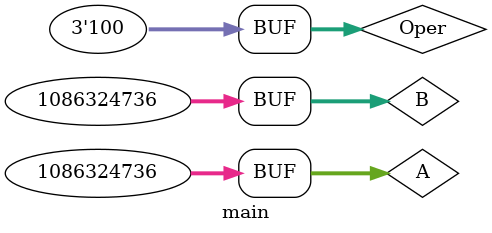
<source format=v>
`timescale 1ns / 1ps


module main();

//reg  [31:0]a,b;
//reg o;
//wire  [31:0]y;
//wire valid;
 
// div my(y,valid,a,b);
    
//  initial
//  begin   
//  #0
////  o=1;
//  a =  32'h40a00000 ;
//  b =  32'h40c00000 ;
//  #20
//  a =  32'h40a00000;
//  b =  32'h41580000;
//  #20
//  a =  32'h41580000;
//  b =  32'h40a00000;
//  #20
//  a =  32'h41480000;
//  b =  32'h41580000 ;
  
//  #20
//  a=32'h40200000;
//  b=32'h41580000 ; 
  
//  #20
//  a =  32'h41bc0000;
//  b =  32'h41480000 ;
  
  
//  #20
//  a=32'hc1b40000;
//  b =32'hc1580000 ;
  
//  #20
//  a =  32'hc0200000;
//  b =  32'hc1b40000 ;
   
//  #50 $finish;
//  end 
//  endmodule
 
reg [31:0]A,B;
wire [31:0]add_sub,mul,divide;
wire LS,GT,EQ;
reg [2:0] Oper;
ALU Main(add_sub,mul,divide,LS,GT,EQ,A,B,Oper);
initial
begin
#0
//A = 32'b01000001010011100011110101110001; //12.89
//B = 32'b01000010110001010010010111100011; //98.574
A=32'h40c00000;
B=32'h40c00000;
    Oper = 3'b001;
    
#10 Oper = 3'b001;

#10 Oper = 3'b010;

#10 Oper = 3'b011;

#10 Oper = 3'b100;
end
endmodule

</source>
